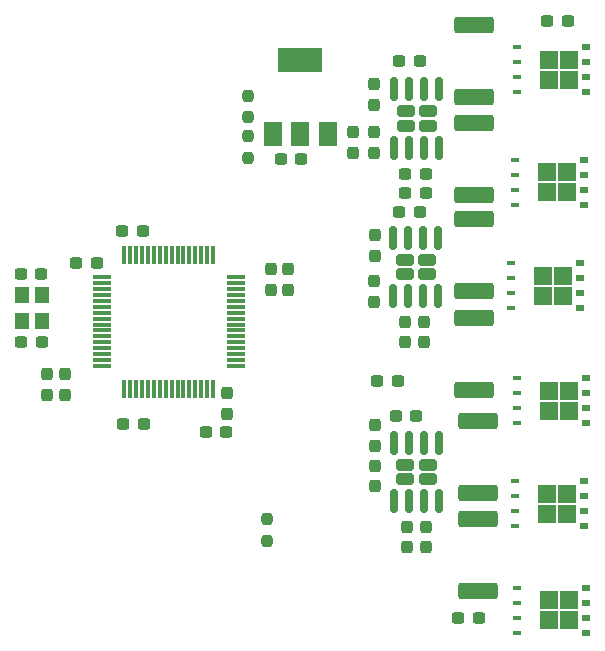
<source format=gbr>
%TF.GenerationSoftware,KiCad,Pcbnew,7.0.7*%
%TF.CreationDate,2024-09-12T14:34:45-05:00*%
%TF.ProjectId,ESC,4553432e-6b69-4636-9164-5f7063625858,rev?*%
%TF.SameCoordinates,Original*%
%TF.FileFunction,Paste,Top*%
%TF.FilePolarity,Positive*%
%FSLAX46Y46*%
G04 Gerber Fmt 4.6, Leading zero omitted, Abs format (unit mm)*
G04 Created by KiCad (PCBNEW 7.0.7) date 2024-09-12 14:34:45*
%MOMM*%
%LPD*%
G01*
G04 APERTURE LIST*
G04 Aperture macros list*
%AMRoundRect*
0 Rectangle with rounded corners*
0 $1 Rounding radius*
0 $2 $3 $4 $5 $6 $7 $8 $9 X,Y pos of 4 corners*
0 Add a 4 corners polygon primitive as box body*
4,1,4,$2,$3,$4,$5,$6,$7,$8,$9,$2,$3,0*
0 Add four circle primitives for the rounded corners*
1,1,$1+$1,$2,$3*
1,1,$1+$1,$4,$5*
1,1,$1+$1,$6,$7*
1,1,$1+$1,$8,$9*
0 Add four rect primitives between the rounded corners*
20,1,$1+$1,$2,$3,$4,$5,0*
20,1,$1+$1,$4,$5,$6,$7,0*
20,1,$1+$1,$6,$7,$8,$9,0*
20,1,$1+$1,$8,$9,$2,$3,0*%
G04 Aperture macros list end*
%ADD10RoundRect,0.237500X0.300000X0.237500X-0.300000X0.237500X-0.300000X-0.237500X0.300000X-0.237500X0*%
%ADD11RoundRect,0.237500X-0.237500X0.300000X-0.237500X-0.300000X0.237500X-0.300000X0.237500X0.300000X0*%
%ADD12RoundRect,0.237500X-0.300000X-0.237500X0.300000X-0.237500X0.300000X0.237500X-0.300000X0.237500X0*%
%ADD13R,1.200000X1.400000*%
%ADD14R,1.500000X1.500000*%
%ADD15R,0.750000X0.500000*%
%ADD16R,0.750000X0.400000*%
%ADD17RoundRect,0.242500X0.527500X-0.242500X0.527500X0.242500X-0.527500X0.242500X-0.527500X-0.242500X0*%
%ADD18RoundRect,0.150000X0.150000X-0.825000X0.150000X0.825000X-0.150000X0.825000X-0.150000X-0.825000X0*%
%ADD19RoundRect,0.249999X-1.425001X0.450001X-1.425001X-0.450001X1.425001X-0.450001X1.425001X0.450001X0*%
%ADD20RoundRect,0.237500X-0.237500X0.287500X-0.237500X-0.287500X0.237500X-0.287500X0.237500X0.287500X0*%
%ADD21RoundRect,0.075000X-0.700000X-0.075000X0.700000X-0.075000X0.700000X0.075000X-0.700000X0.075000X0*%
%ADD22RoundRect,0.075000X-0.075000X-0.700000X0.075000X-0.700000X0.075000X0.700000X-0.075000X0.700000X0*%
%ADD23RoundRect,0.237500X0.237500X-0.250000X0.237500X0.250000X-0.237500X0.250000X-0.237500X-0.250000X0*%
%ADD24RoundRect,0.237500X0.237500X-0.300000X0.237500X0.300000X-0.237500X0.300000X-0.237500X-0.300000X0*%
%ADD25RoundRect,0.237500X-0.237500X0.250000X-0.237500X-0.250000X0.237500X-0.250000X0.237500X0.250000X0*%
%ADD26RoundRect,0.249999X1.425001X-0.450001X1.425001X0.450001X-1.425001X0.450001X-1.425001X-0.450001X0*%
%ADD27R,1.500000X2.000000*%
%ADD28R,3.800000X2.000000*%
G04 APERTURE END LIST*
D10*
%TO.C,C16*%
X204672100Y-89204800D03*
X202947100Y-89204800D03*
%TD*%
D11*
%TO.C,C13*%
X210822800Y-99518300D03*
X210822800Y-101243300D03*
%TD*%
D12*
%TO.C,C14*%
X213008300Y-93675200D03*
X214733300Y-93675200D03*
%TD*%
D13*
%TO.C,Y1*%
X181014000Y-100677800D03*
X181014000Y-102877800D03*
X182714000Y-102877800D03*
X182714000Y-100677800D03*
%TD*%
D14*
%TO.C,Q2*%
X225500000Y-90300000D03*
X225500000Y-92000000D03*
X227200000Y-90300000D03*
X227200000Y-92000000D03*
D15*
X228605000Y-89245000D03*
X228605000Y-90515000D03*
X228605000Y-91785000D03*
X228605000Y-93055000D03*
D16*
X222800000Y-89245000D03*
X222800000Y-90515000D03*
X222800000Y-91785000D03*
X222800000Y-93055000D03*
%TD*%
D10*
%TO.C,C10*%
X191362500Y-111607600D03*
X189637500Y-111607600D03*
%TD*%
D12*
%TO.C,C33*%
X196597100Y-112293400D03*
X198322100Y-112293400D03*
%TD*%
D14*
%TO.C,Q1*%
X225700000Y-80785000D03*
X225700000Y-82485000D03*
X227400000Y-80785000D03*
X227400000Y-82485000D03*
D15*
X228805000Y-79730000D03*
X228805000Y-81000000D03*
X228805000Y-82270000D03*
X228805000Y-83540000D03*
D16*
X223000000Y-79730000D03*
X223000000Y-81000000D03*
X223000000Y-82270000D03*
X223000000Y-83540000D03*
%TD*%
D10*
%TO.C,C9*%
X182726500Y-104673400D03*
X181001500Y-104673400D03*
%TD*%
D17*
%TO.C,U7*%
X213502200Y-116257400D03*
X215402200Y-116257400D03*
X213502200Y-115057400D03*
X215402200Y-115057400D03*
D18*
X212547200Y-118132400D03*
X213817200Y-118132400D03*
X215087200Y-118132400D03*
X216357200Y-118132400D03*
X216357200Y-113182400D03*
X215087200Y-113182400D03*
X213817200Y-113182400D03*
X212547200Y-113182400D03*
%TD*%
D10*
%TO.C,C19*%
X227262500Y-77500000D03*
X225537500Y-77500000D03*
%TD*%
D12*
%TO.C,C15*%
X211137500Y-108000000D03*
X212862500Y-108000000D03*
%TD*%
D17*
%TO.C,U5*%
X213464400Y-98939200D03*
X215364400Y-98939200D03*
X213464400Y-97739200D03*
X215364400Y-97739200D03*
D18*
X212509400Y-100814200D03*
X213779400Y-100814200D03*
X215049400Y-100814200D03*
X216319400Y-100814200D03*
X216319400Y-95864200D03*
X215049400Y-95864200D03*
X213779400Y-95864200D03*
X212509400Y-95864200D03*
%TD*%
D19*
%TO.C,R1*%
X219357200Y-102614000D03*
X219357200Y-108714000D03*
%TD*%
D20*
%TO.C,D3*%
X210921600Y-111697800D03*
X210921600Y-113447800D03*
%TD*%
%TO.C,D1*%
X210921600Y-95645000D03*
X210921600Y-97395000D03*
%TD*%
D21*
%TO.C,U1*%
X187796800Y-99196200D03*
X187796800Y-99696200D03*
X187796800Y-100196200D03*
X187796800Y-100696200D03*
X187796800Y-101196200D03*
X187796800Y-101696200D03*
X187796800Y-102196200D03*
X187796800Y-102696200D03*
X187796800Y-103196200D03*
X187796800Y-103696200D03*
X187796800Y-104196200D03*
X187796800Y-104696200D03*
X187796800Y-105196200D03*
X187796800Y-105696200D03*
X187796800Y-106196200D03*
X187796800Y-106696200D03*
D22*
X189721800Y-108621200D03*
X190221800Y-108621200D03*
X190721800Y-108621200D03*
X191221800Y-108621200D03*
X191721800Y-108621200D03*
X192221800Y-108621200D03*
X192721800Y-108621200D03*
X193221800Y-108621200D03*
X193721800Y-108621200D03*
X194221800Y-108621200D03*
X194721800Y-108621200D03*
X195221800Y-108621200D03*
X195721800Y-108621200D03*
X196221800Y-108621200D03*
X196721800Y-108621200D03*
X197221800Y-108621200D03*
D21*
X199146800Y-106696200D03*
X199146800Y-106196200D03*
X199146800Y-105696200D03*
X199146800Y-105196200D03*
X199146800Y-104696200D03*
X199146800Y-104196200D03*
X199146800Y-103696200D03*
X199146800Y-103196200D03*
X199146800Y-102696200D03*
X199146800Y-102196200D03*
X199146800Y-101696200D03*
X199146800Y-101196200D03*
X199146800Y-100696200D03*
X199146800Y-100196200D03*
X199146800Y-99696200D03*
X199146800Y-99196200D03*
D22*
X197221800Y-97271200D03*
X196721800Y-97271200D03*
X196221800Y-97271200D03*
X195721800Y-97271200D03*
X195221800Y-97271200D03*
X194721800Y-97271200D03*
X194221800Y-97271200D03*
X193721800Y-97271200D03*
X193221800Y-97271200D03*
X192721800Y-97271200D03*
X192221800Y-97271200D03*
X191721800Y-97271200D03*
X191221800Y-97271200D03*
X190721800Y-97271200D03*
X190221800Y-97271200D03*
X189721800Y-97271200D03*
%TD*%
D10*
%TO.C,C8*%
X182675700Y-98907600D03*
X180950700Y-98907600D03*
%TD*%
D12*
%TO.C,C2*%
X189535900Y-95300800D03*
X191260900Y-95300800D03*
%TD*%
D11*
%TO.C,C5*%
X183210200Y-107392300D03*
X183210200Y-109117300D03*
%TD*%
D12*
%TO.C,C23*%
X212700700Y-110947200D03*
X214425700Y-110947200D03*
%TD*%
D11*
%TO.C,C3*%
X202133200Y-98502300D03*
X202133200Y-100227300D03*
%TD*%
D23*
%TO.C,R4*%
X200152000Y-85646900D03*
X200152000Y-83821900D03*
%TD*%
D24*
%TO.C,JP6*%
X215090000Y-104697700D03*
X215090000Y-102972700D03*
%TD*%
D25*
%TO.C,R9*%
X201777600Y-119686700D03*
X201777600Y-121511700D03*
%TD*%
D11*
%TO.C,C6*%
X184708800Y-107392300D03*
X184708800Y-109117300D03*
%TD*%
D12*
%TO.C,JP4*%
X213513500Y-92049600D03*
X215238500Y-92049600D03*
%TD*%
D10*
%TO.C,C22*%
X219725000Y-128000000D03*
X218000000Y-128000000D03*
%TD*%
%TO.C,C1*%
X187374700Y-97967800D03*
X185649700Y-97967800D03*
%TD*%
D14*
%TO.C,Q5*%
X225700000Y-126515000D03*
X225700000Y-128215000D03*
X227400000Y-126515000D03*
X227400000Y-128215000D03*
D15*
X228805000Y-125460000D03*
X228805000Y-126730000D03*
X228805000Y-128000000D03*
X228805000Y-129270000D03*
D16*
X223000000Y-125460000D03*
X223000000Y-126730000D03*
X223000000Y-128000000D03*
X223000000Y-129270000D03*
%TD*%
D11*
%TO.C,C17*%
X209092800Y-86919900D03*
X209092800Y-88644900D03*
%TD*%
D14*
%TO.C,Q6*%
X225500000Y-117515000D03*
X225500000Y-119215000D03*
X227200000Y-117515000D03*
X227200000Y-119215000D03*
D15*
X228605000Y-116460000D03*
X228605000Y-117730000D03*
X228605000Y-119000000D03*
X228605000Y-120270000D03*
D16*
X222800000Y-116460000D03*
X222800000Y-117730000D03*
X222800000Y-119000000D03*
X222800000Y-120270000D03*
%TD*%
D24*
%TO.C,JP1*%
X213464400Y-104697700D03*
X213464400Y-102972700D03*
%TD*%
D12*
%TO.C,C20*%
X213008300Y-80873600D03*
X214733300Y-80873600D03*
%TD*%
D19*
%TO.C,R6*%
X219357200Y-86154800D03*
X219357200Y-92254800D03*
%TD*%
%TO.C,R2*%
X219357200Y-94282800D03*
X219357200Y-100382800D03*
%TD*%
D10*
%TO.C,JP2*%
X215238500Y-90424000D03*
X213513500Y-90424000D03*
%TD*%
D19*
%TO.C,R8*%
X219659200Y-119682800D03*
X219659200Y-125782800D03*
%TD*%
D11*
%TO.C,C21*%
X210921600Y-115164700D03*
X210921600Y-116889700D03*
%TD*%
D19*
%TO.C,R7*%
X219659200Y-111351600D03*
X219659200Y-117451600D03*
%TD*%
D24*
%TO.C,JP3*%
X213646000Y-122052500D03*
X213646000Y-120327500D03*
%TD*%
D17*
%TO.C,U6*%
X213530400Y-86350400D03*
X215430400Y-86350400D03*
X213530400Y-85150400D03*
X215430400Y-85150400D03*
D18*
X212575400Y-88225400D03*
X213845400Y-88225400D03*
X215115400Y-88225400D03*
X216385400Y-88225400D03*
X216385400Y-83275400D03*
X215115400Y-83275400D03*
X213845400Y-83275400D03*
X212575400Y-83275400D03*
%TD*%
D20*
%TO.C,D2*%
X210822800Y-82843400D03*
X210822800Y-84593400D03*
%TD*%
D23*
%TO.C,R3*%
X200152000Y-89050500D03*
X200152000Y-87225500D03*
%TD*%
D26*
%TO.C,R5*%
X219357200Y-83923600D03*
X219357200Y-77823600D03*
%TD*%
D11*
%TO.C,C18*%
X210822800Y-86919900D03*
X210822800Y-88644900D03*
%TD*%
D24*
%TO.C,JP5*%
X215271600Y-122052500D03*
X215271600Y-120327500D03*
%TD*%
D11*
%TO.C,C7*%
X203606400Y-98502300D03*
X203606400Y-100227300D03*
%TD*%
D27*
%TO.C,U2*%
X202322400Y-87071600D03*
X204622400Y-87071600D03*
D28*
X204622400Y-80771600D03*
D27*
X206922400Y-87071600D03*
%TD*%
D14*
%TO.C,Q4*%
X225200000Y-99055000D03*
X225200000Y-100755000D03*
X226900000Y-99055000D03*
X226900000Y-100755000D03*
D15*
X228305000Y-98000000D03*
X228305000Y-99270000D03*
X228305000Y-100540000D03*
X228305000Y-101810000D03*
D16*
X222500000Y-98000000D03*
X222500000Y-99270000D03*
X222500000Y-100540000D03*
X222500000Y-101810000D03*
%TD*%
D14*
%TO.C,Q3*%
X225700000Y-108785000D03*
X225700000Y-110485000D03*
X227400000Y-108785000D03*
X227400000Y-110485000D03*
D15*
X228805000Y-107730000D03*
X228805000Y-109000000D03*
X228805000Y-110270000D03*
X228805000Y-111540000D03*
D16*
X223000000Y-107730000D03*
X223000000Y-109000000D03*
X223000000Y-110270000D03*
X223000000Y-111540000D03*
%TD*%
D11*
%TO.C,C4*%
X198374000Y-109017900D03*
X198374000Y-110742900D03*
%TD*%
M02*

</source>
